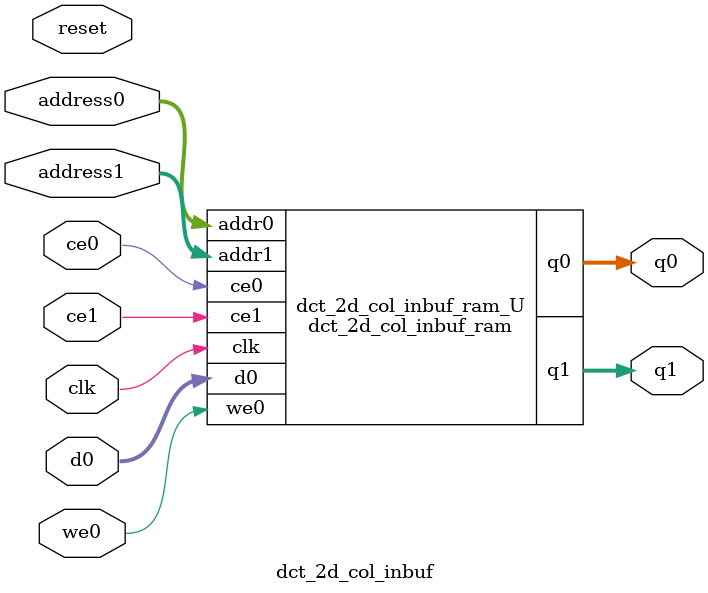
<source format=v>

`timescale 1 ns / 1 ps
module dct_2d_col_inbuf_ram (addr0, ce0, d0, we0, q0, addr1, ce1, q1,  clk);

parameter DWIDTH = 16;
parameter AWIDTH = 6;
parameter MEM_SIZE = 64;

input[AWIDTH-1:0] addr0;
input ce0;
input[DWIDTH-1:0] d0;
input we0;
output reg[DWIDTH-1:0] q0;
input[AWIDTH-1:0] addr1;
input ce1;
output reg[DWIDTH-1:0] q1;
input clk;

(* ram_style = "block" *)reg [DWIDTH-1:0] ram[0:MEM_SIZE-1];




always @(posedge clk)  
begin 
    if (ce0) 
    begin
        if (we0) 
        begin 
            ram[addr0] <= d0; 
            q0 <= d0;
        end 
        else 
            q0 <= ram[addr0];
    end
end


always @(posedge clk)  
begin 
    if (ce1) 
    begin
            q1 <= ram[addr1];
    end
end


endmodule


`timescale 1 ns / 1 ps
module dct_2d_col_inbuf(
    reset,
    clk,
    address0,
    ce0,
    we0,
    d0,
    q0,
    address1,
    ce1,
    q1);

parameter DataWidth = 32'd16;
parameter AddressRange = 32'd64;
parameter AddressWidth = 32'd6;
input reset;
input clk;
input[AddressWidth - 1:0] address0;
input ce0;
input we0;
input[DataWidth - 1:0] d0;
output[DataWidth - 1:0] q0;
input[AddressWidth - 1:0] address1;
input ce1;
output[DataWidth - 1:0] q1;



dct_2d_col_inbuf_ram dct_2d_col_inbuf_ram_U(
    .clk( clk ),
    .addr0( address0 ),
    .ce0( ce0 ),
    .d0( d0 ),
    .we0( we0 ),
    .q0( q0 ),
    .addr1( address1 ),
    .ce1( ce1 ),
    .q1( q1 ));

endmodule


</source>
